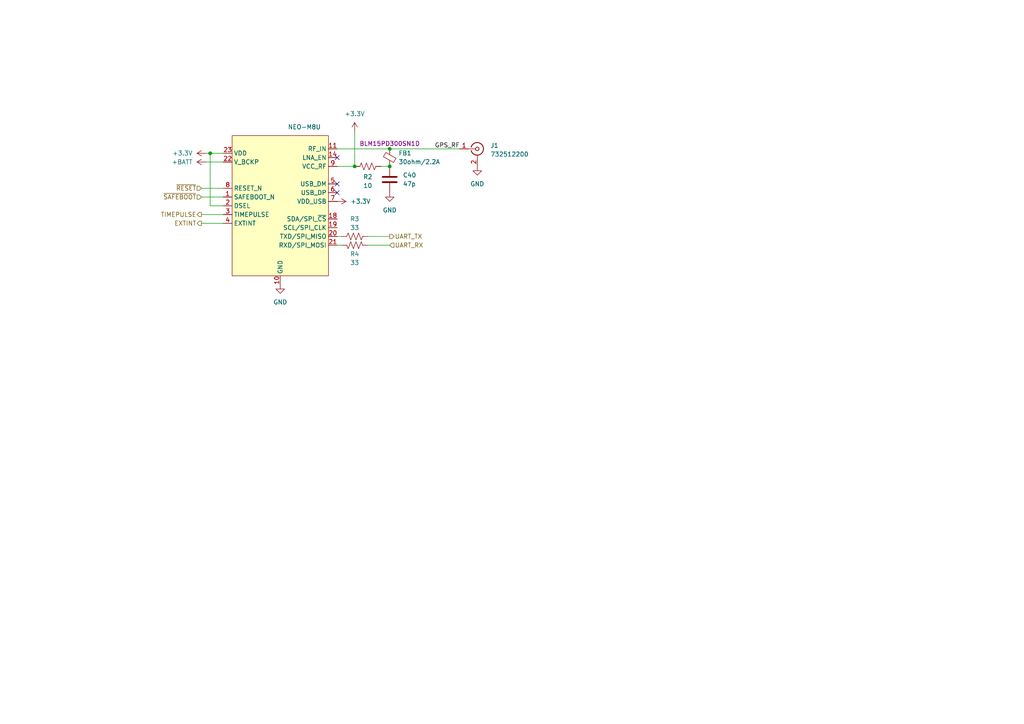
<source format=kicad_sch>
(kicad_sch (version 20250114) (generator "eeschema") (generator_version "9.0")
  (paper "A4")
  (lib_symbols
    (symbol "Connector:Conn_Coaxial" (pin_names (offset 1.016) (hide yes))
      (property "Reference" "J" (at 0.254 3.048 0))
      (property "Value" "Conn_Coaxial" (at 2.921 0 90))
      (symbol "Conn_Coaxial_0_1"
        (polyline (pts (xy -2.54 0) (xy -0.508 0)))
        (arc (start 1.778 0) (mid 0.222 -1.8079) (end -1.778 -0.508) (stroke (width 0.254)))
        (arc (start -1.778 0.508) (mid 0.2221 1.8084) (end 1.778 0) (stroke (width 0.254)))
        (circle (center 0 0) (radius 0.508) (stroke (width 0.2032)))
        (polyline (pts (xy 0 -2.54) (xy 0 -1.778)))
      )
      (symbol "Conn_Coaxial_1_1"
        (pin passive line (at -5.08 0 0) (length 2.54) (name "In") (number "1"))
        (pin passive line (at 0 -5.08 90) (length 2.54) (name "Ext") (number "2"))
      )
    )
    (symbol "Device:C" (pin_numbers (hide yes)) (pin_names (offset 0.254))
      (property "Reference" "C" (at 0.635 2.54 0))
      (property "Value" "C" (at 0.635 -2.54 0))
      (symbol "C_0_1"
        (polyline (pts (xy -2.032 0.762) (xy 2.032 0.762)) (stroke (width 0.508)))
        (polyline (pts (xy -2.032 -0.762) (xy 2.032 -0.762)) (stroke (width 0.508)))
      )
      (symbol "C_1_1"
        (pin passive line (at 0 3.81 270) (length 2.794) (name "~") (number "1"))
        (pin passive line (at 0 -3.81 90) (length 2.794) (name "~") (number "2"))
      )
    )
    (symbol "Device:FerriteBead_Small" (pin_numbers (hide yes)) (pin_names (offset 0))
      (property "Reference" "FB" (at 1.905 1.27 0))
      (property "Value" "FerriteBead_Small" (at 1.905 -1.27 0))
      (symbol "FerriteBead_Small_0_1"
        (polyline (pts (xy -1.8288 0.2794) (xy -1.1176 1.4986) (xy 1.8288 -0.2032) (xy 1.1176 -1.4224) (xy -1.8288 0.2794)))
        (polyline (pts (xy 0 0.889) (xy 0 1.2954)))
        (polyline (pts (xy 0 -1.27) (xy 0 -0.7874)))
      )
      (symbol "FerriteBead_Small_1_1"
        (pin passive line (at 0 2.54 270) (length 1.27) (name "~") (number "1"))
        (pin passive line (at 0 -2.54 90) (length 1.27) (name "~") (number "2"))
      )
    )
    (symbol "Device:R_US" (pin_numbers (hide yes)) (pin_names (offset 0))
      (property "Reference" "R" (at 2.54 0 90))
      (property "Value" "R_US" (at -2.54 0 90))
      (symbol "R_US_0_1"
        (polyline (pts (xy 0 2.286) (xy 0 2.54)))
        (polyline (pts (xy 0 2.286) (xy 1.016 1.905) (xy 0 1.524) (xy -1.016 1.143) (xy 0 0.762)))
        (polyline (pts (xy 0 0.762) (xy 1.016 0.381) (xy 0 0) (xy -1.016 -0.381) (xy 0 -0.762)))
        (polyline (pts (xy 0 -0.762) (xy 1.016 -1.143) (xy 0 -1.524) (xy -1.016 -1.905) (xy 0 -2.286)))
        (polyline (pts (xy 0 -2.286) (xy 0 -2.54)))
      )
      (symbol "R_US_1_1"
        (pin passive line (at 0 3.81 270) (length 1.27) (name "~") (number "1"))
        (pin passive line (at 0 -3.81 90) (length 1.27) (name "~") (number "2"))
      )
    )
    (symbol "U-Blox:NEO-M8U"
      (property "Reference" "U" (at 10.414 -65.278 0))
      (property "Value" "NEO-M8U" (at 10.414 -66.802 0))
      (symbol "NEO-M8U_1_1"
        (rectangle (start -13.97 -3.81) (end 13.97 -44.45) (fill (type background)))
        (pin no_connect line (at -19.05 -39.37 0) (length 2.54) (hide yes) (name "RESERVED") (number "15"))
        (pin no_connect line (at -19.05 -39.37 0) (length 2.54) (hide yes) (name "RESERVED") (number "16"))
        (pin no_connect line (at -19.05 -39.37 0) (length 2.54) (hide yes) (name "RESERVED") (number "17"))
        (pin power_in line (at -16.51 -8.89 0) (length 2.54) (name "VDD") (number "23"))
        (pin power_in line (at -16.51 -11.43 0) (length 2.54) (name "V_BCKP") (number "22"))
        (pin input line (at -16.51 -19.05 0) (length 2.54) (name "RESET_N") (number "8"))
        (pin input line (at -16.51 -21.59 0) (length 2.54) (name "SAFEBOOT_N") (number "1"))
        (pin input line (at -16.51 -24.13 0) (length 2.54) (name "DSEL") (number "2"))
        (pin bidirectional line (at -16.51 -26.67 0) (length 2.54) (name "TIMEPULSE") (number "3"))
        (pin input line (at -16.51 -29.21 0) (length 2.54) (name "EXTINT") (number "4"))
        (pin power_in line (at 0 -46.99 90) (length 2.54) (name "GND") (number "10"))
        (pin power_in line (at 0 -46.99 90) (length 2.54) (hide yes) (name "GND") (number "12"))
        (pin power_in line (at 0 -46.99 90) (length 2.54) (hide yes) (name "GND") (number "13"))
        (pin power_in line (at 0 -46.99 90) (length 2.54) (hide yes) (name "GND") (number "24"))
        (pin input line (at 16.51 -7.62 180) (length 2.54) (name "RF_IN") (number "11"))
        (pin input line (at 16.51 -10.16 180) (length 2.54) (name "LNA_EN") (number "14"))
        (pin power_in line (at 16.51 -12.7 180) (length 2.54) (name "VCC_RF") (number "9"))
        (pin bidirectional line (at 16.51 -17.78 180) (length 2.54) (name "USB_DM") (number "5"))
        (pin bidirectional line (at 16.51 -20.32 180) (length 2.54) (name "USB_DP") (number "6"))
        (pin power_in line (at 16.51 -22.86 180) (length 2.54) (name "VDD_USB") (number "7"))
        (pin bidirectional line (at 16.51 -27.94 180) (length 2.54) (name "SDA/SPI_~{CS}") (number "18"))
        (pin bidirectional line (at 16.51 -30.48 180) (length 2.54) (name "SCL/SPI_CLK") (number "19"))
        (pin output line (at 16.51 -33.02 180) (length 2.54) (name "TXD/SPI_MISO") (number "20"))
        (pin input line (at 16.51 -35.56 180) (length 2.54) (name "RXD/SPI_MOSI") (number "21"))
      )
    )
    (symbol "power:+3.3V" (power) (pin_numbers (hide yes)) (pin_names (offset 0) (hide yes))
      (property "Value" "+3.3V" (at 0 3.556 0))
      (symbol "+3.3V_0_1"
        (polyline (pts (xy -0.762 1.27) (xy 0 2.54)))
        (polyline (pts (xy 0 2.54) (xy 0.762 1.27)))
        (polyline (pts (xy 0 0) (xy 0 2.54)))
      )
      (symbol "+3.3V_1_1"
        (pin power_in line (at 0 0 90) (length 0) (name "~") (number "1"))
      )
    )
    (symbol "power:+BATT" (power) (pin_numbers (hide yes)) (pin_names (offset 0) (hide yes))
      (property "Value" "+BATT" (at 0 3.556 0))
      (symbol "+BATT_0_1"
        (polyline (pts (xy -0.762 1.27) (xy 0 2.54)))
        (polyline (pts (xy 0 2.54) (xy 0.762 1.27)))
        (polyline (pts (xy 0 0) (xy 0 2.54)))
      )
      (symbol "+BATT_1_1"
        (pin power_in line (at 0 0 90) (length 0) (name "~") (number "1"))
      )
    )
    (symbol "power:GND" (power) (pin_numbers (hide yes)) (pin_names (offset 0) (hide yes))
      (property "Value" "GND" (at 0 -3.81 0))
      (symbol "GND_0_1"
        (polyline (pts (xy 0 0) (xy 0 -1.27) (xy 1.27 -1.27) (xy 0 -2.54) (xy -1.27 -1.27) (xy 0 -1.27)))
      )
      (symbol "GND_1_1"
        (pin power_in line (at 0 0 270) (length 0) (name "~") (number "1"))
      )
    )
  )
  (junction (at 113.03 43.18))
  (junction (at 102.87 48.26))
  (junction (at 113.03 48.26))
  (junction (at 60.96 44.45))
  (no_connect (at 97.79 53.34))
  (no_connect (at 97.79 55.88))
  (no_connect (at 97.79 45.72))
  (wire (pts (xy 113.03 68.58) (xy 106.68 68.58)))
  (wire (pts (xy 97.79 43.18) (xy 113.03 43.18)))
  (wire (pts (xy 59.69 44.45) (xy 60.96 44.45)))
  (wire (pts (xy 99.06 71.12) (xy 97.79 71.12)))
  (wire (pts (xy 102.87 38.1) (xy 102.87 48.26)))
  (wire (pts (xy 58.42 54.61) (xy 64.77 54.61)))
  (wire (pts (xy 102.87 48.26) (xy 97.79 48.26)))
  (wire (pts (xy 58.42 64.77) (xy 64.77 64.77)))
  (wire (pts (xy 60.96 59.69) (xy 60.96 44.45)))
  (wire (pts (xy 58.42 62.23) (xy 64.77 62.23)))
  (wire (pts (xy 58.42 57.15) (xy 64.77 57.15)))
  (wire (pts (xy 113.03 48.26) (xy 110.49 48.26)))
  (wire (pts (xy 60.96 44.45) (xy 64.77 44.45)))
  (wire (pts (xy 59.69 46.99) (xy 64.77 46.99)))
  (wire (pts (xy 99.06 68.58) (xy 97.79 68.58)))
  (wire (pts (xy 113.03 71.12) (xy 106.68 71.12)))
  (wire (pts (xy 113.03 43.18) (xy 133.35 43.18)))
  (wire (pts (xy 64.77 59.69) (xy 60.96 59.69)))
  (label "GPS_RF" (at 133.35 43.18 180))
  (hierarchical_label "~{SAFEBOOT}" (shape input) (at 58.42 57.15 180))
  (hierarchical_label "~{RESET}" (shape input) (at 58.42 54.61 180))
  (hierarchical_label "EXTINT" (shape output) (at 58.42 64.77 180))
  (hierarchical_label "UART_TX" (shape output) (at 113.03 68.58 0))
  (hierarchical_label "UART_RX" (shape input) (at 113.03 71.12 0))
  (hierarchical_label "TIMEPULSE" (shape output) (at 58.42 62.23 180))
  (symbol (lib_id "power:GND") (at 81.28 82.55 0) (unit 1)
    (property "Reference" "#PWR021" (effects (hide yes)))
    (property "Value" "GND" (at 81.28 87.63 0))
    (property "Description" "Power symbol creates a global label with name \"GND\" , ground" (effects (hide yes)))
  )
  (symbol (lib_id "power:+3.3V") (at 97.79 58.42 270) (unit 1)
    (property "Reference" "#PWR023" (effects (hide yes)))
    (property "Value" "+3.3V" (at 101.6 58.4199 90) (effects (justify left)))
    (property "Description" "Power symbol creates a global label with name \"+3.3V\"" (effects (hide yes)))
  )
  (symbol (lib_id "power:+BATT") (at 59.69 46.99 90) (unit 1)
    (property "Reference" "#PWR022" (effects (hide yes)))
    (property "Value" "+BATT" (at 55.88 46.99 90) (effects (justify left)))
    (property "Description" "Power symbol creates a global label with name \"+BATT\"" (effects (hide yes)))
  )
  (symbol (lib_id "power:+3.3V") (at 102.87 38.1 0) (unit 1)
    (property "Reference" "#PWR011" (effects (hide yes)))
    (property "Value" "+3.3V" (at 102.87 33.02 0))
    (property "Description" "Power symbol creates a global label with name \"+3.3V\"" (effects (hide yes)))
  )
  (symbol (lib_id "U-Blox:NEO-M8U") (at 81.28 35.56 0) (unit 1)
    (property "Reference" "U3" (effects (hide yes)))
    (property "Value" "NEO-M8U" (at 83.4741 36.83 0) (effects (justify left)))
    (property "Footprint" "RF_GPS:ublox_NEO" (effects (hide yes)))
    (property "Datasheet" "https://content.u-blox.com/sites/default/files/NEO-M8U_DataSheet_UBX-15015679.pdf" (effects (hide yes)))
    (property "Description" "Deadreckoning GNSS Module" (effects (hide yes)))
  )
  (symbol (lib_id "Device:FerriteBead_Small") (at 113.03 45.72 0) (unit 1)
    (property "Reference" "FB1" (at 115.57 44.4118 0) (effects (justify left)))
    (property "Value" "30ohm/2.2A" (at 115.57 46.9518 0) (effects (justify left)))
    (property "Footprint" "Inductor_SMD:L_0402_1005Metric" (effects (hide yes)))
    (property "Description" "Ferrite bead, small symbol" (effects (hide yes)))
    (property "Part" "BLM15PD300SN1D" (at 113.03 41.656 0))
  )
  (symbol (lib_id "Device:R_US") (at 106.68 48.26 90) (unit 1)
    (property "Reference" "R2" (at 106.68 51.308 90))
    (property "Value" "10" (at 106.68 53.848 90))
    (property "Footprint" "Resistor_SMD:R_0402_1005Metric" (effects (hide yes)))
    (property "Description" "Resistor, US symbol" (effects (hide yes)))
  )
  (symbol (lib_id "Device:C") (at 113.03 52.07 0) (unit 1)
    (property "Reference" "C40" (at 116.84 50.7999 0) (effects (justify left)))
    (property "Value" "47p" (at 116.84 53.3399 0) (effects (justify left)))
    (property "Footprint" "Capacitor_SMD:C_0402_1005Metric" (effects (hide yes)))
    (property "Description" "Unpolarized capacitor" (effects (hide yes)))
  )
  (symbol (lib_id "Device:R_US") (at 102.87 71.12 90) (mirror x) (unit 1)
    (property "Reference" "R4" (at 102.87 73.66 90))
    (property "Value" "33" (at 102.87 76.2 90))
    (property "Footprint" "Resistor_SMD:R_0402_1005Metric" (effects (hide yes)))
    (property "Description" "Resistor, US symbol" (effects (hide yes)))
  )
  (symbol (lib_id "power:GND") (at 138.43 48.26 0) (unit 1)
    (property "Reference" "#PWR024" (effects (hide yes)))
    (property "Value" "GND" (at 138.43 53.34 0))
    (property "Description" "Power symbol creates a global label with name \"GND\" , ground" (effects (hide yes)))
  )
  (symbol (lib_id "power:+3.3V") (at 59.69 44.45 90) (unit 1)
    (property "Reference" "#PWR05" (effects (hide yes)))
    (property "Value" "+3.3V" (at 55.88 44.4499 90) (effects (justify left)))
    (property "Description" "Power symbol creates a global label with name \"+3.3V\"" (effects (hide yes)))
  )
  (symbol (lib_id "Device:R_US") (at 102.87 68.58 90) (unit 1)
    (property "Reference" "R3" (at 102.87 63.5 90))
    (property "Value" "33" (at 102.87 66.04 90))
    (property "Footprint" "Resistor_SMD:R_0402_1005Metric" (effects (hide yes)))
    (property "Description" "Resistor, US symbol" (effects (hide yes)))
  )
  (symbol (lib_id "power:GND") (at 113.03 55.88 0) (unit 1)
    (property "Reference" "#PWR025" (effects (hide yes)))
    (property "Value" "GND" (at 113.03 60.96 0))
    (property "Description" "Power symbol creates a global label with name \"GND\" , ground" (effects (hide yes)))
  )
  (symbol (lib_id "Connector:Conn_Coaxial") (at 138.43 43.18 0) (unit 1)
    (property "Reference" "J1" (at 142.24 42.2031 0) (effects (justify left)))
    (property "Value" "732512200" (at 142.24 44.7431 0) (effects (justify left)))
    (property "Footprint" "Connector_Coaxial:SMA_Molex_73251-2200_Horizontal" (effects (hide yes)))
    (property "Description" "coaxial connector (BNC, SMA, SMB, SMC, Cinch/RCA, LEMO, ...)" (effects (hide yes)))
  )
)
</source>
